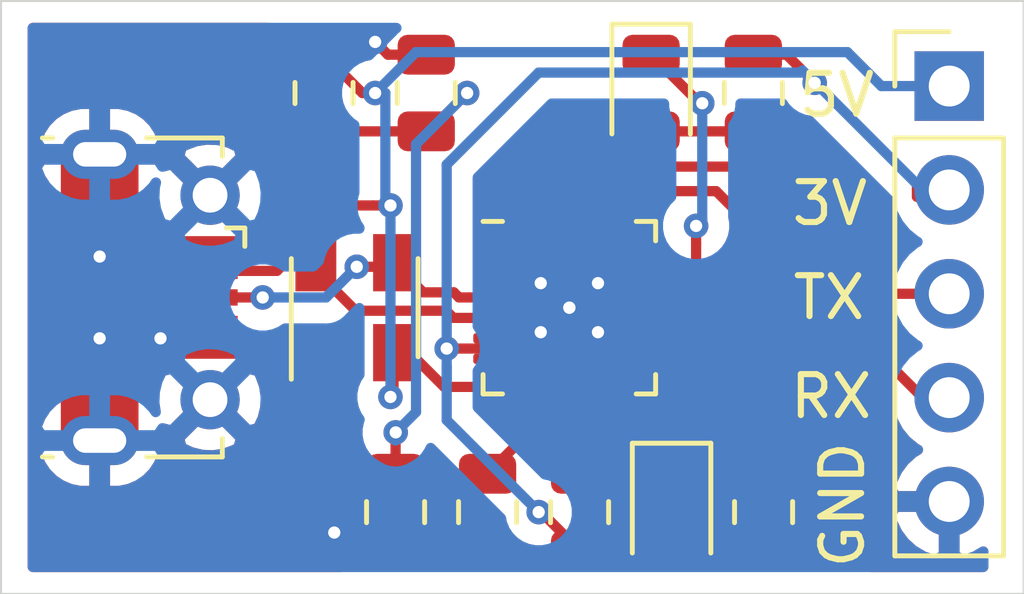
<source format=kicad_pcb>
(kicad_pcb (version 20171130) (host pcbnew "(5.1.4)-1")

  (general
    (thickness 1.6)
    (drawings 11)
    (tracks 155)
    (zones 0)
    (modules 13)
    (nets 14)
  )

  (page A4)
  (title_block
    (title RS232_CP2102N)
    (rev 1.0)
  )

  (layers
    (0 F.Cu signal)
    (31 B.Cu signal)
    (32 B.Adhes user)
    (33 F.Adhes user)
    (34 B.Paste user)
    (35 F.Paste user)
    (36 B.SilkS user)
    (37 F.SilkS user)
    (38 B.Mask user hide)
    (39 F.Mask user)
    (40 Dwgs.User user hide)
    (41 Cmts.User user)
    (42 Eco1.User user)
    (43 Eco2.User user)
    (44 Edge.Cuts user)
    (45 Margin user)
    (46 B.CrtYd user)
    (47 F.CrtYd user)
    (48 B.Fab user hide)
    (49 F.Fab user hide)
  )

  (setup
    (last_trace_width 0.25)
    (user_trace_width 0.2)
    (trace_clearance 0.2)
    (zone_clearance 0.508)
    (zone_45_only no)
    (trace_min 0.2)
    (via_size 0.8)
    (via_drill 0.4)
    (via_min_size 0.4)
    (via_min_drill 0.3)
    (user_via 0.6 0.3)
    (uvia_size 0.3)
    (uvia_drill 0.1)
    (uvias_allowed no)
    (uvia_min_size 0.2)
    (uvia_min_drill 0.1)
    (edge_width 0.05)
    (segment_width 0.2)
    (pcb_text_width 0.3)
    (pcb_text_size 1.5 1.5)
    (mod_edge_width 0.12)
    (mod_text_size 1 1)
    (mod_text_width 0.15)
    (pad_size 1.524 1.524)
    (pad_drill 0.762)
    (pad_to_mask_clearance 0.051)
    (solder_mask_min_width 0.25)
    (aux_axis_origin 0 0)
    (visible_elements 7FFFFFFF)
    (pcbplotparams
      (layerselection 0x010fc_ffffffff)
      (usegerberextensions false)
      (usegerberattributes false)
      (usegerberadvancedattributes false)
      (creategerberjobfile false)
      (excludeedgelayer true)
      (linewidth 0.100000)
      (plotframeref false)
      (viasonmask false)
      (mode 1)
      (useauxorigin false)
      (hpglpennumber 1)
      (hpglpenspeed 20)
      (hpglpendiameter 15.000000)
      (psnegative false)
      (psa4output false)
      (plotreference true)
      (plotvalue true)
      (plotinvisibletext false)
      (padsonsilk false)
      (subtractmaskfromsilk false)
      (outputformat 1)
      (mirror false)
      (drillshape 1)
      (scaleselection 1)
      (outputdirectory ""))
  )

  (net 0 "")
  (net 1 "Net-(C1-Pad1)")
  (net 2 GND)
  (net 3 +5V)
  (net 4 "Net-(D1-Pad3)")
  (net 5 "Net-(D1-Pad4)")
  (net 6 "Net-(DRX1-Pad2)")
  (net 7 "Net-(DRX1-Pad1)")
  (net 8 "Net-(DTX1-Pad1)")
  (net 9 "Net-(DTX1-Pad2)")
  (net 10 +3V3)
  (net 11 "Net-(R3-Pad2)")
  (net 12 /RX)
  (net 13 /TX)

  (net_class Default "This is the default net class."
    (clearance 0.2)
    (trace_width 0.25)
    (via_dia 0.8)
    (via_drill 0.4)
    (uvia_dia 0.3)
    (uvia_drill 0.1)
    (add_net +3V3)
    (add_net +5V)
    (add_net /RX)
    (add_net /TX)
    (add_net GND)
    (add_net "Net-(C1-Pad1)")
    (add_net "Net-(D1-Pad3)")
    (add_net "Net-(D1-Pad4)")
    (add_net "Net-(DRX1-Pad1)")
    (add_net "Net-(DRX1-Pad2)")
    (add_net "Net-(DTX1-Pad1)")
    (add_net "Net-(DTX1-Pad2)")
    (add_net "Net-(R3-Pad2)")
  )

  (module Capacitor_SMD:C_0805_2012Metric (layer F.Cu) (tedit 5B36C52B) (tstamp 5D55D9A7)
    (at 49.85 50.4 270)
    (descr "Capacitor SMD 0805 (2012 Metric), square (rectangular) end terminal, IPC_7351 nominal, (Body size source: https://docs.google.com/spreadsheets/d/1BsfQQcO9C6DZCsRaXUlFlo91Tg2WpOkGARC1WS5S8t0/edit?usp=sharing), generated with kicad-footprint-generator")
    (tags capacitor)
    (path /5D560513)
    (attr smd)
    (fp_text reference C1 (at 0 0.05 90) (layer F.SilkS) hide
      (effects (font (size 1 1) (thickness 0.15)))
    )
    (fp_text value 4.7uF (at 4 0.05 90) (layer F.Fab)
      (effects (font (size 1 1) (thickness 0.15)))
    )
    (fp_line (start -1 0.6) (end -1 -0.6) (layer F.Fab) (width 0.1))
    (fp_line (start -1 -0.6) (end 1 -0.6) (layer F.Fab) (width 0.1))
    (fp_line (start 1 -0.6) (end 1 0.6) (layer F.Fab) (width 0.1))
    (fp_line (start 1 0.6) (end -1 0.6) (layer F.Fab) (width 0.1))
    (fp_line (start -0.258578 -0.71) (end 0.258578 -0.71) (layer F.SilkS) (width 0.12))
    (fp_line (start -0.258578 0.71) (end 0.258578 0.71) (layer F.SilkS) (width 0.12))
    (fp_line (start -1.68 0.95) (end -1.68 -0.95) (layer F.CrtYd) (width 0.05))
    (fp_line (start -1.68 -0.95) (end 1.68 -0.95) (layer F.CrtYd) (width 0.05))
    (fp_line (start 1.68 -0.95) (end 1.68 0.95) (layer F.CrtYd) (width 0.05))
    (fp_line (start 1.68 0.95) (end -1.68 0.95) (layer F.CrtYd) (width 0.05))
    (fp_text user %R (at 0 0 90) (layer F.Fab)
      (effects (font (size 0.5 0.5) (thickness 0.08)))
    )
    (pad 1 smd roundrect (at -0.9375 0 270) (size 0.975 1.4) (layers F.Cu F.Paste F.Mask) (roundrect_rratio 0.25)
      (net 1 "Net-(C1-Pad1)"))
    (pad 2 smd roundrect (at 0.9375 0 270) (size 0.975 1.4) (layers F.Cu F.Paste F.Mask) (roundrect_rratio 0.25)
      (net 2 GND))
    (model ${KISYS3DMOD}/Capacitor_SMD.3dshapes/C_0805_2012Metric.wrl
      (at (xyz 0 0 0))
      (scale (xyz 1 1 1))
      (rotate (xyz 0 0 0))
    )
  )

  (module Capacitor_SMD:C_0805_2012Metric (layer F.Cu) (tedit 5B36C52B) (tstamp 5D55D9B8)
    (at 52.1 50.4 270)
    (descr "Capacitor SMD 0805 (2012 Metric), square (rectangular) end terminal, IPC_7351 nominal, (Body size source: https://docs.google.com/spreadsheets/d/1BsfQQcO9C6DZCsRaXUlFlo91Tg2WpOkGARC1WS5S8t0/edit?usp=sharing), generated with kicad-footprint-generator")
    (tags capacitor)
    (path /5D56050D)
    (attr smd)
    (fp_text reference C2 (at 0 -0.1 90) (layer F.SilkS) hide
      (effects (font (size 1 1) (thickness 0.15)))
    )
    (fp_text value 0.1uF (at 3.8 -0.1 90) (layer F.Fab)
      (effects (font (size 1 1) (thickness 0.15)))
    )
    (fp_text user %R (at 0 0 90) (layer F.Fab)
      (effects (font (size 0.5 0.5) (thickness 0.08)))
    )
    (fp_line (start 1.68 0.95) (end -1.68 0.95) (layer F.CrtYd) (width 0.05))
    (fp_line (start 1.68 -0.95) (end 1.68 0.95) (layer F.CrtYd) (width 0.05))
    (fp_line (start -1.68 -0.95) (end 1.68 -0.95) (layer F.CrtYd) (width 0.05))
    (fp_line (start -1.68 0.95) (end -1.68 -0.95) (layer F.CrtYd) (width 0.05))
    (fp_line (start -0.258578 0.71) (end 0.258578 0.71) (layer F.SilkS) (width 0.12))
    (fp_line (start -0.258578 -0.71) (end 0.258578 -0.71) (layer F.SilkS) (width 0.12))
    (fp_line (start 1 0.6) (end -1 0.6) (layer F.Fab) (width 0.1))
    (fp_line (start 1 -0.6) (end 1 0.6) (layer F.Fab) (width 0.1))
    (fp_line (start -1 -0.6) (end 1 -0.6) (layer F.Fab) (width 0.1))
    (fp_line (start -1 0.6) (end -1 -0.6) (layer F.Fab) (width 0.1))
    (pad 2 smd roundrect (at 0.9375 0 270) (size 0.975 1.4) (layers F.Cu F.Paste F.Mask) (roundrect_rratio 0.25)
      (net 2 GND))
    (pad 1 smd roundrect (at -0.9375 0 270) (size 0.975 1.4) (layers F.Cu F.Paste F.Mask) (roundrect_rratio 0.25)
      (net 1 "Net-(C1-Pad1)"))
    (model ${KISYS3DMOD}/Capacitor_SMD.3dshapes/C_0805_2012Metric.wrl
      (at (xyz 0 0 0))
      (scale (xyz 1 1 1))
      (rotate (xyz 0 0 0))
    )
  )

  (module Package_TO_SOT_SMD:SOT-143 (layer F.Cu) (tedit 5A02FF57) (tstamp 5D55D9CC)
    (at 48.85 45.4 90)
    (descr SOT-143)
    (tags SOT-143)
    (path /5D575B01)
    (attr smd)
    (fp_text reference D1 (at 0 0.15 270) (layer F.SilkS) hide
      (effects (font (size 1 1) (thickness 0.15)))
    )
    (fp_text value SP0503BAHT (at -11.8 -1.05 90) (layer F.Fab) hide
      (effects (font (size 1 1) (thickness 0.15)))
    )
    (fp_text user %R (at 0 0 90) (layer F.Fab)
      (effects (font (size 0.5 0.5) (thickness 0.075)))
    )
    (fp_line (start -1.2 1.55) (end 1.2 1.55) (layer F.SilkS) (width 0.12))
    (fp_line (start 1.2 -1.55) (end -1.75 -1.55) (layer F.SilkS) (width 0.12))
    (fp_line (start -1.2 -1) (end -0.7 -1.5) (layer F.Fab) (width 0.1))
    (fp_line (start -0.7 -1.5) (end 1.2 -1.5) (layer F.Fab) (width 0.1))
    (fp_line (start -1.2 1.5) (end -1.2 -1) (layer F.Fab) (width 0.1))
    (fp_line (start 1.2 1.5) (end -1.2 1.5) (layer F.Fab) (width 0.1))
    (fp_line (start 1.2 -1.5) (end 1.2 1.5) (layer F.Fab) (width 0.1))
    (fp_line (start 2.05 -1.75) (end 2.05 1.75) (layer F.CrtYd) (width 0.05))
    (fp_line (start 2.05 -1.75) (end -2.05 -1.75) (layer F.CrtYd) (width 0.05))
    (fp_line (start -2.05 1.75) (end 2.05 1.75) (layer F.CrtYd) (width 0.05))
    (fp_line (start -2.05 1.75) (end -2.05 -1.75) (layer F.CrtYd) (width 0.05))
    (pad 1 smd rect (at -1.1 -0.77) (size 1.2 1.4) (layers F.Cu F.Paste F.Mask)
      (net 2 GND))
    (pad 2 smd rect (at -1.1 0.95) (size 1 1.4) (layers F.Cu F.Paste F.Mask)
      (net 3 +5V))
    (pad 3 smd rect (at 1.1 0.95) (size 1 1.4) (layers F.Cu F.Paste F.Mask)
      (net 4 "Net-(D1-Pad3)"))
    (pad 4 smd rect (at 1.1 -0.95) (size 1 1.4) (layers F.Cu F.Paste F.Mask)
      (net 5 "Net-(D1-Pad4)"))
    (model ${KISYS3DMOD}/Package_TO_SOT_SMD.3dshapes/SOT-143.wrl
      (at (xyz 0 0 0))
      (scale (xyz 1 1 1))
      (rotate (xyz 0 0 0))
    )
  )

  (module LED_SMD:LED_0805_2012Metric (layer F.Cu) (tedit 5B36C52C) (tstamp 5D55D9DF)
    (at 56.1 40.15 270)
    (descr "LED SMD 0805 (2012 Metric), square (rectangular) end terminal, IPC_7351 nominal, (Body size source: https://docs.google.com/spreadsheets/d/1BsfQQcO9C6DZCsRaXUlFlo91Tg2WpOkGARC1WS5S8t0/edit?usp=sharing), generated with kicad-footprint-generator")
    (tags diode)
    (path /5D59063C)
    (attr smd)
    (fp_text reference DRX1 (at -0.15 -0.1 90) (layer F.SilkS) hide
      (effects (font (size 1 1) (thickness 0.15)))
    )
    (fp_text value LED (at -3.75 0.1 90) (layer F.Fab)
      (effects (font (size 1 1) (thickness 0.15)))
    )
    (fp_text user %R (at 0 0 90) (layer F.Fab)
      (effects (font (size 0.5 0.5) (thickness 0.08)))
    )
    (fp_line (start 1.68 0.95) (end -1.68 0.95) (layer F.CrtYd) (width 0.05))
    (fp_line (start 1.68 -0.95) (end 1.68 0.95) (layer F.CrtYd) (width 0.05))
    (fp_line (start -1.68 -0.95) (end 1.68 -0.95) (layer F.CrtYd) (width 0.05))
    (fp_line (start -1.68 0.95) (end -1.68 -0.95) (layer F.CrtYd) (width 0.05))
    (fp_line (start -1.685 0.96) (end 1 0.96) (layer F.SilkS) (width 0.12))
    (fp_line (start -1.685 -0.96) (end -1.685 0.96) (layer F.SilkS) (width 0.12))
    (fp_line (start 1 -0.96) (end -1.685 -0.96) (layer F.SilkS) (width 0.12))
    (fp_line (start 1 0.6) (end 1 -0.6) (layer F.Fab) (width 0.1))
    (fp_line (start -1 0.6) (end 1 0.6) (layer F.Fab) (width 0.1))
    (fp_line (start -1 -0.3) (end -1 0.6) (layer F.Fab) (width 0.1))
    (fp_line (start -0.7 -0.6) (end -1 -0.3) (layer F.Fab) (width 0.1))
    (fp_line (start 1 -0.6) (end -0.7 -0.6) (layer F.Fab) (width 0.1))
    (pad 2 smd roundrect (at 0.9375 0 270) (size 0.975 1.4) (layers F.Cu F.Paste F.Mask) (roundrect_rratio 0.25)
      (net 6 "Net-(DRX1-Pad2)"))
    (pad 1 smd roundrect (at -0.9375 0 270) (size 0.975 1.4) (layers F.Cu F.Paste F.Mask) (roundrect_rratio 0.25)
      (net 7 "Net-(DRX1-Pad1)"))
    (model ${KISYS3DMOD}/LED_SMD.3dshapes/LED_0805_2012Metric.wrl
      (at (xyz 0 0 0))
      (scale (xyz 1 1 1))
      (rotate (xyz 0 0 0))
    )
  )

  (module LED_SMD:LED_0805_2012Metric (layer F.Cu) (tedit 5B36C52C) (tstamp 5D55D9F2)
    (at 56.6 50.4 270)
    (descr "LED SMD 0805 (2012 Metric), square (rectangular) end terminal, IPC_7351 nominal, (Body size source: https://docs.google.com/spreadsheets/d/1BsfQQcO9C6DZCsRaXUlFlo91Tg2WpOkGARC1WS5S8t0/edit?usp=sharing), generated with kicad-footprint-generator")
    (tags diode)
    (path /5D58EAD5)
    (attr smd)
    (fp_text reference DTX1 (at 0 0 90) (layer F.SilkS) hide
      (effects (font (size 1 1) (thickness 0.15)))
    )
    (fp_text value LED (at 3.4 2.2 90) (layer F.Fab)
      (effects (font (size 1 1) (thickness 0.15)))
    )
    (fp_line (start 1 -0.6) (end -0.7 -0.6) (layer F.Fab) (width 0.1))
    (fp_line (start -0.7 -0.6) (end -1 -0.3) (layer F.Fab) (width 0.1))
    (fp_line (start -1 -0.3) (end -1 0.6) (layer F.Fab) (width 0.1))
    (fp_line (start -1 0.6) (end 1 0.6) (layer F.Fab) (width 0.1))
    (fp_line (start 1 0.6) (end 1 -0.6) (layer F.Fab) (width 0.1))
    (fp_line (start 1 -0.96) (end -1.685 -0.96) (layer F.SilkS) (width 0.12))
    (fp_line (start -1.685 -0.96) (end -1.685 0.96) (layer F.SilkS) (width 0.12))
    (fp_line (start -1.685 0.96) (end 1 0.96) (layer F.SilkS) (width 0.12))
    (fp_line (start -1.68 0.95) (end -1.68 -0.95) (layer F.CrtYd) (width 0.05))
    (fp_line (start -1.68 -0.95) (end 1.68 -0.95) (layer F.CrtYd) (width 0.05))
    (fp_line (start 1.68 -0.95) (end 1.68 0.95) (layer F.CrtYd) (width 0.05))
    (fp_line (start 1.68 0.95) (end -1.68 0.95) (layer F.CrtYd) (width 0.05))
    (fp_text user %R (at 0 0 90) (layer F.Fab)
      (effects (font (size 0.5 0.5) (thickness 0.08)))
    )
    (pad 1 smd roundrect (at -0.9375 0 270) (size 0.975 1.4) (layers F.Cu F.Paste F.Mask) (roundrect_rratio 0.25)
      (net 8 "Net-(DTX1-Pad1)"))
    (pad 2 smd roundrect (at 0.9375 0 270) (size 0.975 1.4) (layers F.Cu F.Paste F.Mask) (roundrect_rratio 0.25)
      (net 9 "Net-(DTX1-Pad2)"))
    (model ${KISYS3DMOD}/LED_SMD.3dshapes/LED_0805_2012Metric.wrl
      (at (xyz 0 0 0))
      (scale (xyz 1 1 1))
      (rotate (xyz 0 0 0))
    )
  )

  (module Connector_USB:USB_Micro-B_Molex-105017-0001 (layer F.Cu) (tedit 5A1DC0BE) (tstamp 5D55DA1B)
    (at 43.85 45.15 270)
    (descr http://www.molex.com/pdm_docs/sd/1050170001_sd.pdf)
    (tags "Micro-USB SMD Typ-B")
    (path /5D55D77D)
    (attr smd)
    (fp_text reference J1 (at -5 -1.5 180) (layer F.SilkS) hide
      (effects (font (size 1 1) (thickness 0.15)))
    )
    (fp_text value USB_B_Micro (at 0.3 4.3375 90) (layer F.Fab)
      (effects (font (size 1 1) (thickness 0.15)))
    )
    (fp_text user "PCB Edge" (at 0 2.6875 90) (layer Dwgs.User)
      (effects (font (size 0.5 0.5) (thickness 0.08)))
    )
    (fp_text user %R (at 0 0.8875 90) (layer F.Fab)
      (effects (font (size 1 1) (thickness 0.15)))
    )
    (fp_line (start -4.4 3.64) (end 4.4 3.64) (layer F.CrtYd) (width 0.05))
    (fp_line (start 4.4 -2.46) (end 4.4 3.64) (layer F.CrtYd) (width 0.05))
    (fp_line (start -4.4 -2.46) (end 4.4 -2.46) (layer F.CrtYd) (width 0.05))
    (fp_line (start -4.4 3.64) (end -4.4 -2.46) (layer F.CrtYd) (width 0.05))
    (fp_line (start -3.9 -1.7625) (end -3.45 -1.7625) (layer F.SilkS) (width 0.12))
    (fp_line (start -3.9 0.0875) (end -3.9 -1.7625) (layer F.SilkS) (width 0.12))
    (fp_line (start 3.9 2.6375) (end 3.9 2.3875) (layer F.SilkS) (width 0.12))
    (fp_line (start 3.75 3.3875) (end 3.75 -1.6125) (layer F.Fab) (width 0.1))
    (fp_line (start -3 2.689204) (end 3 2.689204) (layer F.Fab) (width 0.1))
    (fp_line (start -3.75 3.389204) (end 3.75 3.389204) (layer F.Fab) (width 0.1))
    (fp_line (start -3.75 -1.6125) (end 3.75 -1.6125) (layer F.Fab) (width 0.1))
    (fp_line (start -3.75 3.3875) (end -3.75 -1.6125) (layer F.Fab) (width 0.1))
    (fp_line (start -3.9 2.6375) (end -3.9 2.3875) (layer F.SilkS) (width 0.12))
    (fp_line (start 3.9 0.0875) (end 3.9 -1.7625) (layer F.SilkS) (width 0.12))
    (fp_line (start 3.9 -1.7625) (end 3.45 -1.7625) (layer F.SilkS) (width 0.12))
    (fp_line (start -1.7 -2.3125) (end -1.25 -2.3125) (layer F.SilkS) (width 0.12))
    (fp_line (start -1.7 -2.3125) (end -1.7 -1.8625) (layer F.SilkS) (width 0.12))
    (fp_line (start -1.3 -1.7125) (end -1.5 -1.9125) (layer F.Fab) (width 0.1))
    (fp_line (start -1.1 -1.9125) (end -1.3 -1.7125) (layer F.Fab) (width 0.1))
    (fp_line (start -1.5 -2.1225) (end -1.1 -2.1225) (layer F.Fab) (width 0.1))
    (fp_line (start -1.5 -2.1225) (end -1.5 -1.9125) (layer F.Fab) (width 0.1))
    (fp_line (start -1.1 -2.1225) (end -1.1 -1.9125) (layer F.Fab) (width 0.1))
    (pad 6 smd rect (at 1 1.2375 270) (size 1.5 1.9) (layers F.Cu F.Paste F.Mask)
      (net 2 GND))
    (pad 6 thru_hole circle (at -2.5 -1.4625 270) (size 1.45 1.45) (drill 0.85) (layers *.Cu *.Mask)
      (net 2 GND))
    (pad 2 smd rect (at -0.65 -1.4625 270) (size 0.4 1.35) (layers F.Cu F.Paste F.Mask)
      (net 5 "Net-(D1-Pad4)"))
    (pad 1 smd rect (at -1.3 -1.4625 270) (size 0.4 1.35) (layers F.Cu F.Paste F.Mask)
      (net 3 +5V))
    (pad 5 smd rect (at 1.3 -1.4625 270) (size 0.4 1.35) (layers F.Cu F.Paste F.Mask)
      (net 2 GND))
    (pad 4 smd rect (at 0.65 -1.4625 270) (size 0.4 1.35) (layers F.Cu F.Paste F.Mask)
      (net 2 GND))
    (pad 3 smd rect (at 0 -1.4625 270) (size 0.4 1.35) (layers F.Cu F.Paste F.Mask)
      (net 4 "Net-(D1-Pad3)"))
    (pad 6 thru_hole circle (at 2.5 -1.4625 270) (size 1.45 1.45) (drill 0.85) (layers *.Cu *.Mask)
      (net 2 GND))
    (pad 6 smd rect (at -1 1.2375 270) (size 1.5 1.9) (layers F.Cu F.Paste F.Mask)
      (net 2 GND))
    (pad 6 thru_hole oval (at -3.5 1.2375 90) (size 1.2 1.9) (drill oval 0.6 1.3) (layers *.Cu *.Mask)
      (net 2 GND))
    (pad 6 thru_hole oval (at 3.5 1.2375 270) (size 1.2 1.9) (drill oval 0.6 1.3) (layers *.Cu *.Mask)
      (net 2 GND))
    (pad 6 smd rect (at 2.9 1.2375 270) (size 1.2 1.9) (layers F.Cu F.Mask)
      (net 2 GND))
    (pad 6 smd rect (at -2.9 1.2375 270) (size 1.2 1.9) (layers F.Cu F.Mask)
      (net 2 GND))
    (model "${KIPRJMOD}/3Dmodels/User Library-MicroUSB-B_Molex_105017-0001.STEP"
      (offset (xyz 0 -1 1.5))
      (scale (xyz 1 1 1))
      (rotate (xyz -90 0 0))
    )
  )

  (module Resistor_SMD:R_0805_2012Metric (layer F.Cu) (tedit 5B36C52B) (tstamp 5D55DA2C)
    (at 48.1 40.15 270)
    (descr "Resistor SMD 0805 (2012 Metric), square (rectangular) end terminal, IPC_7351 nominal, (Body size source: https://docs.google.com/spreadsheets/d/1BsfQQcO9C6DZCsRaXUlFlo91Tg2WpOkGARC1WS5S8t0/edit?usp=sharing), generated with kicad-footprint-generator")
    (tags resistor)
    (path /5D5B2C38)
    (attr smd)
    (fp_text reference R1 (at 0 -2.5 90) (layer F.SilkS) hide
      (effects (font (size 1 1) (thickness 0.15)))
    )
    (fp_text value 22.1K (at -4.35 0.1 90) (layer F.Fab)
      (effects (font (size 1 1) (thickness 0.15)))
    )
    (fp_line (start -1 0.6) (end -1 -0.6) (layer F.Fab) (width 0.1))
    (fp_line (start -1 -0.6) (end 1 -0.6) (layer F.Fab) (width 0.1))
    (fp_line (start 1 -0.6) (end 1 0.6) (layer F.Fab) (width 0.1))
    (fp_line (start 1 0.6) (end -1 0.6) (layer F.Fab) (width 0.1))
    (fp_line (start -0.258578 -0.71) (end 0.258578 -0.71) (layer F.SilkS) (width 0.12))
    (fp_line (start -0.258578 0.71) (end 0.258578 0.71) (layer F.SilkS) (width 0.12))
    (fp_line (start -1.68 0.95) (end -1.68 -0.95) (layer F.CrtYd) (width 0.05))
    (fp_line (start -1.68 -0.95) (end 1.68 -0.95) (layer F.CrtYd) (width 0.05))
    (fp_line (start 1.68 -0.95) (end 1.68 0.95) (layer F.CrtYd) (width 0.05))
    (fp_line (start 1.68 0.95) (end -1.68 0.95) (layer F.CrtYd) (width 0.05))
    (fp_text user %R (at 0 0 90) (layer F.Fab)
      (effects (font (size 0.5 0.5) (thickness 0.08)))
    )
    (pad 1 smd roundrect (at -0.9375 0 270) (size 0.975 1.4) (layers F.Cu F.Paste F.Mask) (roundrect_rratio 0.25)
      (net 3 +5V))
    (pad 2 smd roundrect (at 0.9375 0 270) (size 0.975 1.4) (layers F.Cu F.Paste F.Mask) (roundrect_rratio 0.25)
      (net 1 "Net-(C1-Pad1)"))
    (model ${KISYS3DMOD}/Resistor_SMD.3dshapes/R_0805_2012Metric.wrl
      (at (xyz 0 0 0))
      (scale (xyz 1 1 1))
      (rotate (xyz 0 0 0))
    )
  )

  (module Resistor_SMD:R_0805_2012Metric (layer F.Cu) (tedit 5B36C52B) (tstamp 5D55DA3D)
    (at 50.6 40.15 90)
    (descr "Resistor SMD 0805 (2012 Metric), square (rectangular) end terminal, IPC_7351 nominal, (Body size source: https://docs.google.com/spreadsheets/d/1BsfQQcO9C6DZCsRaXUlFlo91Tg2WpOkGARC1WS5S8t0/edit?usp=sharing), generated with kicad-footprint-generator")
    (tags resistor)
    (path /5D5B3663)
    (attr smd)
    (fp_text reference R2 (at -0.05 -2.6 90) (layer F.SilkS) hide
      (effects (font (size 1 1) (thickness 0.15)))
    )
    (fp_text value 47.5K (at 4.35 0 270) (layer F.Fab)
      (effects (font (size 1 1) (thickness 0.15)))
    )
    (fp_text user %R (at 0 0 90) (layer F.Fab)
      (effects (font (size 0.5 0.5) (thickness 0.08)))
    )
    (fp_line (start 1.68 0.95) (end -1.68 0.95) (layer F.CrtYd) (width 0.05))
    (fp_line (start 1.68 -0.95) (end 1.68 0.95) (layer F.CrtYd) (width 0.05))
    (fp_line (start -1.68 -0.95) (end 1.68 -0.95) (layer F.CrtYd) (width 0.05))
    (fp_line (start -1.68 0.95) (end -1.68 -0.95) (layer F.CrtYd) (width 0.05))
    (fp_line (start -0.258578 0.71) (end 0.258578 0.71) (layer F.SilkS) (width 0.12))
    (fp_line (start -0.258578 -0.71) (end 0.258578 -0.71) (layer F.SilkS) (width 0.12))
    (fp_line (start 1 0.6) (end -1 0.6) (layer F.Fab) (width 0.1))
    (fp_line (start 1 -0.6) (end 1 0.6) (layer F.Fab) (width 0.1))
    (fp_line (start -1 -0.6) (end 1 -0.6) (layer F.Fab) (width 0.1))
    (fp_line (start -1 0.6) (end -1 -0.6) (layer F.Fab) (width 0.1))
    (pad 2 smd roundrect (at 0.9375 0 90) (size 0.975 1.4) (layers F.Cu F.Paste F.Mask) (roundrect_rratio 0.25)
      (net 2 GND))
    (pad 1 smd roundrect (at -0.9375 0 90) (size 0.975 1.4) (layers F.Cu F.Paste F.Mask) (roundrect_rratio 0.25)
      (net 1 "Net-(C1-Pad1)"))
    (model ${KISYS3DMOD}/Resistor_SMD.3dshapes/R_0805_2012Metric.wrl
      (at (xyz 0 0 0))
      (scale (xyz 1 1 1))
      (rotate (xyz 0 0 0))
    )
  )

  (module Resistor_SMD:R_0805_2012Metric (layer F.Cu) (tedit 5B36C52B) (tstamp 5D55DA4E)
    (at 54.35 50.4 90)
    (descr "Resistor SMD 0805 (2012 Metric), square (rectangular) end terminal, IPC_7351 nominal, (Body size source: https://docs.google.com/spreadsheets/d/1BsfQQcO9C6DZCsRaXUlFlo91Tg2WpOkGARC1WS5S8t0/edit?usp=sharing), generated with kicad-footprint-generator")
    (tags resistor)
    (path /5D564D16)
    (attr smd)
    (fp_text reference R3 (at 0 0.05 90) (layer F.SilkS) hide
      (effects (font (size 1 1) (thickness 0.15)))
    )
    (fp_text value 1K (at -3 2.45 90) (layer F.Fab)
      (effects (font (size 1 1) (thickness 0.15)))
    )
    (fp_line (start -1 0.6) (end -1 -0.6) (layer F.Fab) (width 0.1))
    (fp_line (start -1 -0.6) (end 1 -0.6) (layer F.Fab) (width 0.1))
    (fp_line (start 1 -0.6) (end 1 0.6) (layer F.Fab) (width 0.1))
    (fp_line (start 1 0.6) (end -1 0.6) (layer F.Fab) (width 0.1))
    (fp_line (start -0.258578 -0.71) (end 0.258578 -0.71) (layer F.SilkS) (width 0.12))
    (fp_line (start -0.258578 0.71) (end 0.258578 0.71) (layer F.SilkS) (width 0.12))
    (fp_line (start -1.68 0.95) (end -1.68 -0.95) (layer F.CrtYd) (width 0.05))
    (fp_line (start -1.68 -0.95) (end 1.68 -0.95) (layer F.CrtYd) (width 0.05))
    (fp_line (start 1.68 -0.95) (end 1.68 0.95) (layer F.CrtYd) (width 0.05))
    (fp_line (start 1.68 0.95) (end -1.68 0.95) (layer F.CrtYd) (width 0.05))
    (fp_text user %R (at 0 0 90) (layer F.Fab)
      (effects (font (size 0.5 0.5) (thickness 0.08)))
    )
    (pad 1 smd roundrect (at -0.9375 0 90) (size 0.975 1.4) (layers F.Cu F.Paste F.Mask) (roundrect_rratio 0.25)
      (net 10 +3V3))
    (pad 2 smd roundrect (at 0.9375 0 90) (size 0.975 1.4) (layers F.Cu F.Paste F.Mask) (roundrect_rratio 0.25)
      (net 11 "Net-(R3-Pad2)"))
    (model ${KISYS3DMOD}/Resistor_SMD.3dshapes/R_0805_2012Metric.wrl
      (at (xyz 0 0 0))
      (scale (xyz 1 1 1))
      (rotate (xyz 0 0 0))
    )
  )

  (module Resistor_SMD:R_0805_2012Metric (layer F.Cu) (tedit 5B36C52B) (tstamp 5D55DA5F)
    (at 58.85 50.4 270)
    (descr "Resistor SMD 0805 (2012 Metric), square (rectangular) end terminal, IPC_7351 nominal, (Body size source: https://docs.google.com/spreadsheets/d/1BsfQQcO9C6DZCsRaXUlFlo91Tg2WpOkGARC1WS5S8t0/edit?usp=sharing), generated with kicad-footprint-generator")
    (tags resistor)
    (path /5D603051)
    (attr smd)
    (fp_text reference R4 (at 0 0.05 90) (layer F.SilkS) hide
      (effects (font (size 1 1) (thickness 0.15)))
    )
    (fp_text value 300R (at 3.8 0.05 90) (layer F.Fab)
      (effects (font (size 1 1) (thickness 0.15)))
    )
    (fp_text user %R (at 0 0 90) (layer F.Fab)
      (effects (font (size 0.5 0.5) (thickness 0.08)))
    )
    (fp_line (start 1.68 0.95) (end -1.68 0.95) (layer F.CrtYd) (width 0.05))
    (fp_line (start 1.68 -0.95) (end 1.68 0.95) (layer F.CrtYd) (width 0.05))
    (fp_line (start -1.68 -0.95) (end 1.68 -0.95) (layer F.CrtYd) (width 0.05))
    (fp_line (start -1.68 0.95) (end -1.68 -0.95) (layer F.CrtYd) (width 0.05))
    (fp_line (start -0.258578 0.71) (end 0.258578 0.71) (layer F.SilkS) (width 0.12))
    (fp_line (start -0.258578 -0.71) (end 0.258578 -0.71) (layer F.SilkS) (width 0.12))
    (fp_line (start 1 0.6) (end -1 0.6) (layer F.Fab) (width 0.1))
    (fp_line (start 1 -0.6) (end 1 0.6) (layer F.Fab) (width 0.1))
    (fp_line (start -1 -0.6) (end 1 -0.6) (layer F.Fab) (width 0.1))
    (fp_line (start -1 0.6) (end -1 -0.6) (layer F.Fab) (width 0.1))
    (pad 2 smd roundrect (at 0.9375 0 270) (size 0.975 1.4) (layers F.Cu F.Paste F.Mask) (roundrect_rratio 0.25)
      (net 9 "Net-(DTX1-Pad2)"))
    (pad 1 smd roundrect (at -0.9375 0 270) (size 0.975 1.4) (layers F.Cu F.Paste F.Mask) (roundrect_rratio 0.25)
      (net 10 +3V3))
    (model ${KISYS3DMOD}/Resistor_SMD.3dshapes/R_0805_2012Metric.wrl
      (at (xyz 0 0 0))
      (scale (xyz 1 1 1))
      (rotate (xyz 0 0 0))
    )
  )

  (module Resistor_SMD:R_0805_2012Metric (layer F.Cu) (tedit 5B36C52B) (tstamp 5D55DA70)
    (at 58.6 40.15 270)
    (descr "Resistor SMD 0805 (2012 Metric), square (rectangular) end terminal, IPC_7351 nominal, (Body size source: https://docs.google.com/spreadsheets/d/1BsfQQcO9C6DZCsRaXUlFlo91Tg2WpOkGARC1WS5S8t0/edit?usp=sharing), generated with kicad-footprint-generator")
    (tags resistor)
    (path /5D603379)
    (attr smd)
    (fp_text reference R5 (at 0 0 90) (layer F.SilkS) hide
      (effects (font (size 1 1) (thickness 0.15)))
    )
    (fp_text value 300R (at -4.15 -0.2 90) (layer F.Fab)
      (effects (font (size 1 1) (thickness 0.15)))
    )
    (fp_line (start -1 0.6) (end -1 -0.6) (layer F.Fab) (width 0.1))
    (fp_line (start -1 -0.6) (end 1 -0.6) (layer F.Fab) (width 0.1))
    (fp_line (start 1 -0.6) (end 1 0.6) (layer F.Fab) (width 0.1))
    (fp_line (start 1 0.6) (end -1 0.6) (layer F.Fab) (width 0.1))
    (fp_line (start -0.258578 -0.71) (end 0.258578 -0.71) (layer F.SilkS) (width 0.12))
    (fp_line (start -0.258578 0.71) (end 0.258578 0.71) (layer F.SilkS) (width 0.12))
    (fp_line (start -1.68 0.95) (end -1.68 -0.95) (layer F.CrtYd) (width 0.05))
    (fp_line (start -1.68 -0.95) (end 1.68 -0.95) (layer F.CrtYd) (width 0.05))
    (fp_line (start 1.68 -0.95) (end 1.68 0.95) (layer F.CrtYd) (width 0.05))
    (fp_line (start 1.68 0.95) (end -1.68 0.95) (layer F.CrtYd) (width 0.05))
    (fp_text user %R (at 0 0 90) (layer F.Fab)
      (effects (font (size 0.5 0.5) (thickness 0.08)))
    )
    (pad 1 smd roundrect (at -0.9375 0 270) (size 0.975 1.4) (layers F.Cu F.Paste F.Mask) (roundrect_rratio 0.25)
      (net 10 +3V3))
    (pad 2 smd roundrect (at 0.9375 0 270) (size 0.975 1.4) (layers F.Cu F.Paste F.Mask) (roundrect_rratio 0.25)
      (net 6 "Net-(DRX1-Pad2)"))
    (model ${KISYS3DMOD}/Resistor_SMD.3dshapes/R_0805_2012Metric.wrl
      (at (xyz 0 0 0))
      (scale (xyz 1 1 1))
      (rotate (xyz 0 0 0))
    )
  )

  (module Package_DFN_QFN:QFN-24-1EP_4x4mm_P0.5mm_EP2.6x2.6mm (layer F.Cu) (tedit 5C1FD453) (tstamp 5D55DAA2)
    (at 54.1 45.4)
    (descr "QFN, 24 Pin (http://ww1.microchip.com/downloads/en/PackagingSpec/00000049BQ.pdf#page=278), generated with kicad-footprint-generator ipc_dfn_qfn_generator.py")
    (tags "QFN DFN_QFN")
    (path /5D5563D8)
    (attr smd)
    (fp_text reference U1 (at 0.1 0) (layer F.SilkS) hide
      (effects (font (size 1 1) (thickness 0.15)))
    )
    (fp_text value CP2102N-A01-GQFN24 (at 0 -16.8 270) (layer F.Fab)
      (effects (font (size 1 1) (thickness 0.15)))
    )
    (fp_line (start 1.635 -2.11) (end 2.11 -2.11) (layer F.SilkS) (width 0.12))
    (fp_line (start 2.11 -2.11) (end 2.11 -1.635) (layer F.SilkS) (width 0.12))
    (fp_line (start -1.635 2.11) (end -2.11 2.11) (layer F.SilkS) (width 0.12))
    (fp_line (start -2.11 2.11) (end -2.11 1.635) (layer F.SilkS) (width 0.12))
    (fp_line (start 1.635 2.11) (end 2.11 2.11) (layer F.SilkS) (width 0.12))
    (fp_line (start 2.11 2.11) (end 2.11 1.635) (layer F.SilkS) (width 0.12))
    (fp_line (start -1.635 -2.11) (end -2.11 -2.11) (layer F.SilkS) (width 0.12))
    (fp_line (start -1 -2) (end 2 -2) (layer F.Fab) (width 0.1))
    (fp_line (start 2 -2) (end 2 2) (layer F.Fab) (width 0.1))
    (fp_line (start 2 2) (end -2 2) (layer F.Fab) (width 0.1))
    (fp_line (start -2 2) (end -2 -1) (layer F.Fab) (width 0.1))
    (fp_line (start -2 -1) (end -1 -2) (layer F.Fab) (width 0.1))
    (fp_line (start -2.6 -2.6) (end -2.6 2.6) (layer F.CrtYd) (width 0.05))
    (fp_line (start -2.6 2.6) (end 2.6 2.6) (layer F.CrtYd) (width 0.05))
    (fp_line (start 2.6 2.6) (end 2.6 -2.6) (layer F.CrtYd) (width 0.05))
    (fp_line (start 2.6 -2.6) (end -2.6 -2.6) (layer F.CrtYd) (width 0.05))
    (fp_text user %R (at 0 0) (layer F.Fab)
      (effects (font (size 1 1) (thickness 0.15)))
    )
    (pad 25 smd roundrect (at 0 0) (size 2.6 2.6) (layers F.Cu F.Mask) (roundrect_rratio 0.096154)
      (net 2 GND))
    (pad "" smd roundrect (at -0.65 -0.65) (size 1.05 1.05) (layers F.Paste) (roundrect_rratio 0.238095))
    (pad "" smd roundrect (at -0.65 0.65) (size 1.05 1.05) (layers F.Paste) (roundrect_rratio 0.238095))
    (pad "" smd roundrect (at 0.65 -0.65) (size 1.05 1.05) (layers F.Paste) (roundrect_rratio 0.238095))
    (pad "" smd roundrect (at 0.65 0.65) (size 1.05 1.05) (layers F.Paste) (roundrect_rratio 0.238095))
    (pad 1 smd roundrect (at -1.9375 -1.25) (size 0.825 0.25) (layers F.Cu F.Paste F.Mask) (roundrect_rratio 0.25))
    (pad 2 smd roundrect (at -1.9375 -0.75) (size 0.825 0.25) (layers F.Cu F.Paste F.Mask) (roundrect_rratio 0.25)
      (net 2 GND))
    (pad 3 smd roundrect (at -1.9375 -0.25) (size 0.825 0.25) (layers F.Cu F.Paste F.Mask) (roundrect_rratio 0.25)
      (net 4 "Net-(D1-Pad3)"))
    (pad 4 smd roundrect (at -1.9375 0.25) (size 0.825 0.25) (layers F.Cu F.Paste F.Mask) (roundrect_rratio 0.25)
      (net 5 "Net-(D1-Pad4)"))
    (pad 5 smd roundrect (at -1.9375 0.75) (size 0.825 0.25) (layers F.Cu F.Paste F.Mask) (roundrect_rratio 0.25)
      (net 10 +3V3))
    (pad 6 smd roundrect (at -1.9375 1.25) (size 0.825 0.25) (layers F.Cu F.Paste F.Mask) (roundrect_rratio 0.25)
      (net 10 +3V3))
    (pad 7 smd roundrect (at -1.25 1.9375) (size 0.25 0.825) (layers F.Cu F.Paste F.Mask) (roundrect_rratio 0.25)
      (net 3 +5V))
    (pad 8 smd roundrect (at -0.75 1.9375) (size 0.25 0.825) (layers F.Cu F.Paste F.Mask) (roundrect_rratio 0.25)
      (net 1 "Net-(C1-Pad1)"))
    (pad 9 smd roundrect (at -0.25 1.9375) (size 0.25 0.825) (layers F.Cu F.Paste F.Mask) (roundrect_rratio 0.25)
      (net 11 "Net-(R3-Pad2)"))
    (pad 10 smd roundrect (at 0.25 1.9375) (size 0.25 0.825) (layers F.Cu F.Paste F.Mask) (roundrect_rratio 0.25))
    (pad 11 smd roundrect (at 0.75 1.9375) (size 0.25 0.825) (layers F.Cu F.Paste F.Mask) (roundrect_rratio 0.25))
    (pad 12 smd roundrect (at 1.25 1.9375) (size 0.25 0.825) (layers F.Cu F.Paste F.Mask) (roundrect_rratio 0.25))
    (pad 13 smd roundrect (at 1.9375 1.25) (size 0.825 0.25) (layers F.Cu F.Paste F.Mask) (roundrect_rratio 0.25)
      (net 8 "Net-(DTX1-Pad1)"))
    (pad 14 smd roundrect (at 1.9375 0.75) (size 0.825 0.25) (layers F.Cu F.Paste F.Mask) (roundrect_rratio 0.25)
      (net 7 "Net-(DRX1-Pad1)"))
    (pad 15 smd roundrect (at 1.9375 0.25) (size 0.825 0.25) (layers F.Cu F.Paste F.Mask) (roundrect_rratio 0.25))
    (pad 16 smd roundrect (at 1.9375 -0.25) (size 0.825 0.25) (layers F.Cu F.Paste F.Mask) (roundrect_rratio 0.25))
    (pad 17 smd roundrect (at 1.9375 -0.75) (size 0.825 0.25) (layers F.Cu F.Paste F.Mask) (roundrect_rratio 0.25))
    (pad 18 smd roundrect (at 1.9375 -1.25) (size 0.825 0.25) (layers F.Cu F.Paste F.Mask) (roundrect_rratio 0.25))
    (pad 19 smd roundrect (at 1.25 -1.9375) (size 0.25 0.825) (layers F.Cu F.Paste F.Mask) (roundrect_rratio 0.25))
    (pad 20 smd roundrect (at 0.75 -1.9375) (size 0.25 0.825) (layers F.Cu F.Paste F.Mask) (roundrect_rratio 0.25)
      (net 12 /RX))
    (pad 21 smd roundrect (at 0.25 -1.9375) (size 0.25 0.825) (layers F.Cu F.Paste F.Mask) (roundrect_rratio 0.25)
      (net 13 /TX))
    (pad 22 smd roundrect (at -0.25 -1.9375) (size 0.25 0.825) (layers F.Cu F.Paste F.Mask) (roundrect_rratio 0.25))
    (pad 23 smd roundrect (at -0.75 -1.9375) (size 0.25 0.825) (layers F.Cu F.Paste F.Mask) (roundrect_rratio 0.25))
    (pad 24 smd roundrect (at -1.25 -1.9375) (size 0.25 0.825) (layers F.Cu F.Paste F.Mask) (roundrect_rratio 0.25))
    (model ${KISYS3DMOD}/Package_DFN_QFN.3dshapes/QFN-24-1EP_4x4mm_P0.5mm_EP2.6x2.6mm.wrl
      (at (xyz 0 0 0))
      (scale (xyz 1 1 1))
      (rotate (xyz 0 0 0))
    )
  )

  (module Connector_PinHeader_2.54mm:PinHeader_1x05_P2.54mm_Vertical (layer F.Cu) (tedit 59FED5CC) (tstamp 5D55DF41)
    (at 63.39 39.98)
    (descr "Through hole straight pin header, 1x05, 2.54mm pitch, single row")
    (tags "Through hole pin header THT 1x05 2.54mm single row")
    (path /5D55C6A6)
    (fp_text reference J2 (at 0 0.05) (layer F.SilkS) hide
      (effects (font (size 1 1) (thickness 0.15)))
    )
    (fp_text value Conn_01x05 (at 0 5.85 90) (layer F.Fab) hide
      (effects (font (size 1 1) (thickness 0.15)))
    )
    (fp_line (start -0.635 -1.27) (end 1.27 -1.27) (layer F.Fab) (width 0.1))
    (fp_line (start 1.27 -1.27) (end 1.27 11.43) (layer F.Fab) (width 0.1))
    (fp_line (start 1.27 11.43) (end -1.27 11.43) (layer F.Fab) (width 0.1))
    (fp_line (start -1.27 11.43) (end -1.27 -0.635) (layer F.Fab) (width 0.1))
    (fp_line (start -1.27 -0.635) (end -0.635 -1.27) (layer F.Fab) (width 0.1))
    (fp_line (start -1.33 11.49) (end 1.33 11.49) (layer F.SilkS) (width 0.12))
    (fp_line (start -1.33 1.27) (end -1.33 11.49) (layer F.SilkS) (width 0.12))
    (fp_line (start 1.33 1.27) (end 1.33 11.49) (layer F.SilkS) (width 0.12))
    (fp_line (start -1.33 1.27) (end 1.33 1.27) (layer F.SilkS) (width 0.12))
    (fp_line (start -1.33 0) (end -1.33 -1.33) (layer F.SilkS) (width 0.12))
    (fp_line (start -1.33 -1.33) (end 0 -1.33) (layer F.SilkS) (width 0.12))
    (fp_line (start -1.8 -1.8) (end -1.8 11.95) (layer F.CrtYd) (width 0.05))
    (fp_line (start -1.8 11.95) (end 1.8 11.95) (layer F.CrtYd) (width 0.05))
    (fp_line (start 1.8 11.95) (end 1.8 -1.8) (layer F.CrtYd) (width 0.05))
    (fp_line (start 1.8 -1.8) (end -1.8 -1.8) (layer F.CrtYd) (width 0.05))
    (fp_text user %R (at 0 5.08 90) (layer F.Fab)
      (effects (font (size 1 1) (thickness 0.15)))
    )
    (pad 1 thru_hole rect (at 0 0) (size 1.7 1.7) (drill 1) (layers *.Cu *.Mask)
      (net 3 +5V))
    (pad 2 thru_hole oval (at 0 2.54) (size 1.7 1.7) (drill 1) (layers *.Cu *.Mask)
      (net 10 +3V3))
    (pad 3 thru_hole oval (at 0 5.08) (size 1.7 1.7) (drill 1) (layers *.Cu *.Mask)
      (net 13 /TX))
    (pad 4 thru_hole oval (at 0 7.62) (size 1.7 1.7) (drill 1) (layers *.Cu *.Mask)
      (net 12 /RX))
    (pad 5 thru_hole oval (at 0 10.16) (size 1.7 1.7) (drill 1) (layers *.Cu *.Mask)
      (net 2 GND))
    (model ${KISYS3DMOD}/Connector_PinHeader_2.54mm.3dshapes/PinHeader_1x05_P2.54mm_Vertical.wrl
      (at (xyz 0 0 0))
      (scale (xyz 1 1 1))
      (rotate (xyz 0 0 0))
    )
  )

  (gr_text GND (at 60.78 50.22 90) (layer F.SilkS)
    (effects (font (size 1 1) (thickness 0.15)))
  )
  (gr_text RX (at 60.5 47.57) (layer F.SilkS)
    (effects (font (size 1 1) (thickness 0.15)))
  )
  (gr_text TX (at 60.45 45.15) (layer F.SilkS)
    (effects (font (size 1 1) (thickness 0.15)))
  )
  (gr_text 3V (at 60.47 42.85) (layer F.SilkS)
    (effects (font (size 1 1) (thickness 0.15)))
  )
  (gr_text 5V (at 60.64 40.2) (layer F.SilkS)
    (effects (font (size 1 1) (thickness 0.15)))
  )
  (dimension 23.5 (width 0.15) (layer Dwgs.User)
    (gr_text "23.500 mm" (at 52.6 56.7) (layer Dwgs.User)
      (effects (font (size 1 1) (thickness 0.15)))
    )
    (feature1 (pts (xy 64.35 52.4) (xy 64.35 55.986421)))
    (feature2 (pts (xy 40.85 52.4) (xy 40.85 55.986421)))
    (crossbar (pts (xy 40.85 55.4) (xy 64.35 55.4)))
    (arrow1a (pts (xy 64.35 55.4) (xy 63.223496 55.986421)))
    (arrow1b (pts (xy 64.35 55.4) (xy 63.223496 54.813579)))
    (arrow2a (pts (xy 40.85 55.4) (xy 41.976504 55.986421)))
    (arrow2b (pts (xy 40.85 55.4) (xy 41.976504 54.813579)))
  )
  (dimension 14.5 (width 0.15) (layer Dwgs.User)
    (gr_text "14.500 mm" (at 36.55 45.15 270) (layer Dwgs.User)
      (effects (font (size 1 1) (thickness 0.15)))
    )
    (feature1 (pts (xy 40.85 52.4) (xy 37.263579 52.4)))
    (feature2 (pts (xy 40.85 37.9) (xy 37.263579 37.9)))
    (crossbar (pts (xy 37.85 37.9) (xy 37.85 52.4)))
    (arrow1a (pts (xy 37.85 52.4) (xy 37.263579 51.273496)))
    (arrow1b (pts (xy 37.85 52.4) (xy 38.436421 51.273496)))
    (arrow2a (pts (xy 37.85 37.9) (xy 37.263579 39.026504)))
    (arrow2b (pts (xy 37.85 37.9) (xy 38.436421 39.026504)))
  )
  (gr_line (start 65.21 37.9) (end 40.2 37.9) (layer Edge.Cuts) (width 0.05) (tstamp 5D58B9F9))
  (gr_line (start 65.21 52.4) (end 65.21 37.9) (layer Edge.Cuts) (width 0.05))
  (gr_line (start 40.2 52.4) (end 65.21 52.4) (layer Edge.Cuts) (width 0.05))
  (gr_line (start 40.2 37.9) (end 40.2 52.4) (layer Edge.Cuts) (width 0.05))

  (segment (start 49.85 49.4625) (end 52.1 49.4625) (width 0.25) (layer F.Cu) (net 1))
  (segment (start 49.85 48.650003) (end 49.85 49.4625) (width 0.25) (layer F.Cu) (net 1))
  (via (at 49.853147 48.450006) (size 0.6) (drill 0.3) (layers F.Cu B.Cu) (net 1))
  (segment (start 49.85 48.650003) (end 49.85 48.453153) (width 0.25) (layer B.Cu) (net 1))
  (segment (start 49.85 48.453153) (end 49.853147 48.450006) (width 0.25) (layer B.Cu) (net 1))
  (segment (start 53.35 48.2125) (end 53.35 47.3375) (width 0.25) (layer F.Cu) (net 1))
  (segment (start 52.1 49.4625) (end 53.35 48.2125) (width 0.25) (layer F.Cu) (net 1))
  (via (at 51.6 40.15) (size 0.6) (drill 0.3) (layers F.Cu B.Cu) (net 1))
  (segment (start 50.35 41.4) (end 51.300001 40.449999) (width 0.25) (layer B.Cu) (net 1))
  (segment (start 50.35 47.953153) (end 50.35 41.4) (width 0.25) (layer B.Cu) (net 1))
  (segment (start 49.853147 48.450006) (end 50.35 47.953153) (width 0.25) (layer B.Cu) (net 1))
  (segment (start 51.300001 40.449999) (end 51.6 40.15) (width 0.25) (layer B.Cu) (net 1))
  (segment (start 48.1 41.0875) (end 50.6 41.0875) (width 0.25) (layer F.Cu) (net 1))
  (segment (start 50.6625 41.0875) (end 51.6 40.15) (width 0.25) (layer F.Cu) (net 1))
  (segment (start 50.6 41.0875) (end 50.6625 41.0875) (width 0.25) (layer F.Cu) (net 1))
  (segment (start 53.35 44.65) (end 54.1 45.4) (width 0.25) (layer F.Cu) (net 2))
  (segment (start 52.1625 44.65) (end 53.35 44.65) (width 0.25) (layer F.Cu) (net 2))
  (via (at 54.1 45.4) (size 0.6) (drill 0.3) (layers F.Cu B.Cu) (net 2))
  (via (at 54.1 45.4) (size 0.6) (drill 0.3) (layers F.Cu B.Cu) (net 2))
  (via (at 42.6125 44.15) (size 0.6) (drill 0.3) (layers F.Cu B.Cu) (net 2))
  (via (at 42.6125 46.15) (size 0.6) (drill 0.3) (layers F.Cu B.Cu) (net 2))
  (via (at 44.1 46.15) (size 0.6) (drill 0.3) (layers F.Cu B.Cu) (net 2))
  (segment (start 45.3125 46.45) (end 44.4 46.45) (width 0.25) (layer F.Cu) (net 2))
  (segment (start 44.4 46.45) (end 44.1 46.15) (width 0.25) (layer F.Cu) (net 2))
  (segment (start 44.1 46.15) (end 42.6125 46.15) (width 0.25) (layer B.Cu) (net 2))
  (segment (start 42.6125 46.15) (end 42.6125 44.15) (width 0.25) (layer B.Cu) (net 2))
  (via (at 48.35 50.9) (size 0.6) (drill 0.3) (layers F.Cu B.Cu) (net 2))
  (segment (start 49.85 51.3375) (end 48.7875 51.3375) (width 0.25) (layer F.Cu) (net 2))
  (segment (start 48.7875 51.3375) (end 48.35 50.9) (width 0.25) (layer F.Cu) (net 2))
  (via (at 49.35 38.9) (size 0.6) (drill 0.3) (layers F.Cu B.Cu) (net 2))
  (segment (start 49.0625 38.9) (end 49.35 38.9) (width 0.25) (layer B.Cu) (net 2))
  (segment (start 45.3125 42.65) (end 49.0625 38.9) (width 0.25) (layer B.Cu) (net 2))
  (segment (start 49.649999 39.199999) (end 49.35 38.9) (width 0.25) (layer F.Cu) (net 2))
  (segment (start 49.6625 39.2125) (end 49.649999 39.199999) (width 0.25) (layer F.Cu) (net 2))
  (segment (start 50.6 39.2125) (end 49.6625 39.2125) (width 0.25) (layer F.Cu) (net 2))
  (segment (start 45.3125 46.45) (end 45.3125 45.8) (width 0.25) (layer F.Cu) (net 2))
  (segment (start 48.03 46.45) (end 48.08 46.5) (width 0.25) (layer F.Cu) (net 2))
  (segment (start 45.3125 46.45) (end 48.03 46.45) (width 0.25) (layer F.Cu) (net 2))
  (via (at 53.4 44.8) (size 0.6) (drill 0.3) (layers F.Cu B.Cu) (net 2))
  (via (at 54.8 44.8) (size 0.6) (drill 0.3) (layers F.Cu B.Cu) (net 2))
  (via (at 53.4 46) (size 0.6) (drill 0.3) (layers F.Cu B.Cu) (net 2))
  (via (at 54.8 46) (size 0.6) (drill 0.3) (layers F.Cu B.Cu) (net 2))
  (segment (start 54 45.4) (end 53.6 45) (width 0.25) (layer B.Cu) (net 2))
  (segment (start 53.6 45) (end 53.4 44.8) (width 0.25) (layer B.Cu) (net 2))
  (segment (start 54.2 45.4) (end 54.8 44.8) (width 0.25) (layer B.Cu) (net 2))
  (segment (start 54 45.4) (end 53.4 46) (width 0.25) (layer B.Cu) (net 2))
  (segment (start 54.1 45.4) (end 54 45.4) (width 0.25) (layer B.Cu) (net 2))
  (segment (start 54.2 45.4) (end 54.8 46) (width 0.25) (layer B.Cu) (net 2))
  (segment (start 54.1 45.4) (end 54.2 45.4) (width 0.25) (layer B.Cu) (net 2))
  (segment (start 49.85 46.55) (end 49.8 46.5) (width 0.25) (layer F.Cu) (net 3))
  (segment (start 49.8 46.5) (end 49.8 47.508034) (width 0.25) (layer F.Cu) (net 3))
  (segment (start 49.8 47.508034) (end 49.72499 47.583044) (width 0.25) (layer F.Cu) (net 3))
  (segment (start 49.72499 43.324264) (end 49.72499 47.583044) (width 0.25) (layer B.Cu) (net 3))
  (segment (start 49.72499 42.9) (end 49.72499 43.324264) (width 0.25) (layer B.Cu) (net 3))
  (via (at 49.72499 42.9) (size 0.6) (drill 0.3) (layers F.Cu B.Cu) (net 3))
  (segment (start 47.514998 42.9) (end 49.300726 42.9) (width 0.25) (layer F.Cu) (net 3))
  (segment (start 46.564998 43.85) (end 47.514998 42.9) (width 0.25) (layer F.Cu) (net 3))
  (segment (start 45.3125 43.85) (end 46.564998 43.85) (width 0.25) (layer F.Cu) (net 3))
  (segment (start 49.300726 42.9) (end 49.72499 42.9) (width 0.25) (layer F.Cu) (net 3))
  (via (at 49.72499 47.583044) (size 0.6) (drill 0.3) (layers F.Cu B.Cu) (net 3))
  (segment (start 52.625 47.3375) (end 52.85 47.3375) (width 0.25) (layer F.Cu) (net 3))
  (segment (start 51.0375 47.3375) (end 52.625 47.3375) (width 0.25) (layer F.Cu) (net 3))
  (segment (start 49.8 46.5) (end 50.2 46.5) (width 0.25) (layer F.Cu) (net 3))
  (segment (start 50.2 46.5) (end 51.0375 47.3375) (width 0.25) (layer F.Cu) (net 3))
  (segment (start 49.037492 40.149992) (end 49.35 40.149992) (width 0.25) (layer F.Cu) (net 3))
  (via (at 49.35 40.149992) (size 0.6) (drill 0.3) (layers F.Cu B.Cu) (net 3))
  (segment (start 48.1 39.2125) (end 49.037492 40.149992) (width 0.25) (layer F.Cu) (net 3))
  (segment (start 49.599992 40.149992) (end 49.35 40.149992) (width 0.25) (layer B.Cu) (net 3))
  (segment (start 49.6 40.15) (end 49.599992 40.149992) (width 0.25) (layer B.Cu) (net 3))
  (segment (start 49.72499 42.9) (end 49.6 42.77501) (width 0.25) (layer B.Cu) (net 3))
  (segment (start 49.6 42.77501) (end 49.6 40.15) (width 0.25) (layer B.Cu) (net 3))
  (segment (start 61.73 39.98) (end 63.39 39.98) (width 0.25) (layer B.Cu) (net 3))
  (segment (start 60.9 39.15) (end 61.73 39.98) (width 0.25) (layer B.Cu) (net 3))
  (segment (start 49.35 40.149992) (end 50.349992 39.15) (width 0.25) (layer B.Cu) (net 3))
  (segment (start 50.349992 39.15) (end 60.9 39.15) (width 0.25) (layer B.Cu) (net 3))
  (via (at 46.6 45.15) (size 0.6) (drill 0.3) (layers F.Cu B.Cu) (net 4))
  (via (at 48.900022 44.4) (size 0.6) (drill 0.3) (layers F.Cu B.Cu) (net 4))
  (segment (start 45.3125 45.15) (end 46.6 45.15) (width 0.25) (layer F.Cu) (net 4))
  (segment (start 48.150022 45.15) (end 48.900022 44.4) (width 0.25) (layer B.Cu) (net 4))
  (segment (start 46.6 45.15) (end 48.150022 45.15) (width 0.25) (layer B.Cu) (net 4))
  (segment (start 49.7 44.4) (end 49.8 44.3) (width 0.25) (layer F.Cu) (net 4))
  (segment (start 48.900022 44.4) (end 49.7 44.4) (width 0.25) (layer F.Cu) (net 4))
  (segment (start 50.52499 45.02499) (end 51.27499 45.02499) (width 0.25) (layer F.Cu) (net 4))
  (segment (start 49.8 44.3) (end 50.52499 45.02499) (width 0.25) (layer F.Cu) (net 4))
  (segment (start 51.27499 45.02499) (end 51.4 45.15) (width 0.25) (layer F.Cu) (net 4))
  (segment (start 51.4 45.15) (end 51.65 45.15) (width 0.25) (layer F.Cu) (net 4))
  (segment (start 51.65 45.15) (end 52.1625 45.15) (width 0.25) (layer F.Cu) (net 4))
  (segment (start 47.9 44.5) (end 47.9 44.3) (width 0.25) (layer F.Cu) (net 5))
  (segment (start 48.874999 45.474999) (end 47.9 44.5) (width 0.25) (layer F.Cu) (net 5))
  (segment (start 51.088589 45.474999) (end 48.874999 45.474999) (width 0.25) (layer F.Cu) (net 5))
  (segment (start 52.1625 45.65) (end 51.26359 45.65) (width 0.25) (layer F.Cu) (net 5))
  (segment (start 51.26359 45.65) (end 51.088589 45.474999) (width 0.25) (layer F.Cu) (net 5))
  (segment (start 46.2375 44.5) (end 45.3125 44.5) (width 0.25) (layer F.Cu) (net 5))
  (segment (start 46.95 44.5) (end 46.2375 44.5) (width 0.25) (layer F.Cu) (net 5))
  (segment (start 47.9 44.3) (end 47.15 44.3) (width 0.25) (layer F.Cu) (net 5))
  (segment (start 47.15 44.3) (end 46.95 44.5) (width 0.25) (layer F.Cu) (net 5))
  (segment (start 56.1 41.0875) (end 58.6 41.0875) (width 0.25) (layer F.Cu) (net 6))
  (segment (start 57.2875 40.4) (end 57.35 40.4) (width 0.25) (layer F.Cu) (net 7))
  (segment (start 56.1 39.2125) (end 57.2875 40.4) (width 0.25) (layer F.Cu) (net 7))
  (via (at 57.35 40.4) (size 0.6) (drill 0.3) (layers F.Cu B.Cu) (net 7))
  (via (at 57.200002 43.4) (size 0.6) (drill 0.3) (layers F.Cu B.Cu) (net 7))
  (segment (start 57.35 40.4) (end 57.35 43.250002) (width 0.25) (layer B.Cu) (net 7))
  (segment (start 57.35 43.250002) (end 57.200002 43.4) (width 0.25) (layer B.Cu) (net 7))
  (segment (start 57.200002 43.824264) (end 57.200002 43.4) (width 0.25) (layer F.Cu) (net 7))
  (segment (start 57.200002 45.499998) (end 57.200002 43.824264) (width 0.25) (layer F.Cu) (net 7))
  (segment (start 56.55 46.15) (end 57.200002 45.499998) (width 0.25) (layer F.Cu) (net 7))
  (segment (start 56.0375 46.15) (end 56.55 46.15) (width 0.25) (layer F.Cu) (net 7))
  (segment (start 56.1 46.7125) (end 56.0375 46.65) (width 0.25) (layer F.Cu) (net 8))
  (segment (start 56.0375 48.9) (end 56.6 49.4625) (width 0.25) (layer F.Cu) (net 8))
  (segment (start 56.0375 46.65) (end 56.0375 48.9) (width 0.25) (layer F.Cu) (net 8))
  (segment (start 56.6 51.3375) (end 58.85 51.3375) (width 0.25) (layer F.Cu) (net 9))
  (segment (start 58.293763 50.018737) (end 58.85 49.4625) (width 0.25) (layer F.Cu) (net 10))
  (segment (start 57.9125 50.4) (end 58.293763 50.018737) (width 0.25) (layer F.Cu) (net 10))
  (segment (start 54.35 51.3375) (end 55.2875 50.4) (width 0.25) (layer F.Cu) (net 10))
  (segment (start 55.2875 50.4) (end 57.9125 50.4) (width 0.25) (layer F.Cu) (net 10))
  (via (at 53.35 50.4) (size 0.6) (drill 0.3) (layers F.Cu B.Cu) (net 10))
  (segment (start 53.4125 50.4) (end 54.35 51.3375) (width 0.25) (layer F.Cu) (net 10))
  (segment (start 53.35 50.4) (end 53.4125 50.4) (width 0.25) (layer F.Cu) (net 10))
  (segment (start 53.35 50.4) (end 51.1 48.15) (width 0.25) (layer B.Cu) (net 10))
  (via (at 51.1 46.4) (size 0.6) (drill 0.3) (layers F.Cu B.Cu) (net 10))
  (segment (start 51.1 46.4) (end 51.1 47.15) (width 0.25) (layer B.Cu) (net 10))
  (segment (start 51.1 48.15) (end 51.1 47.15) (width 0.25) (layer B.Cu) (net 10))
  (segment (start 51.1 47.15) (end 51.1 46.824264) (width 0.25) (layer B.Cu) (net 10))
  (segment (start 52.1625 46.375) (end 52.1625 46.15) (width 0.25) (layer F.Cu) (net 10))
  (segment (start 52.1375 46.4) (end 52.1625 46.375) (width 0.25) (layer F.Cu) (net 10))
  (segment (start 51.1 46.4) (end 52.1375 46.4) (width 0.25) (layer F.Cu) (net 10))
  (segment (start 52.1625 46.425) (end 52.1625 46.65) (width 0.25) (layer F.Cu) (net 10))
  (segment (start 52.1375 46.4) (end 52.1625 46.425) (width 0.25) (layer F.Cu) (net 10))
  (via (at 60.099994 39.900006) (size 0.6) (drill 0.3) (layers F.Cu B.Cu) (net 10))
  (segment (start 59.799995 39.600007) (end 60.099994 39.900006) (width 0.25) (layer F.Cu) (net 10))
  (segment (start 59.412488 39.2125) (end 59.799995 39.600007) (width 0.25) (layer F.Cu) (net 10))
  (segment (start 58.6 39.2125) (end 59.412488 39.2125) (width 0.25) (layer F.Cu) (net 10))
  (segment (start 60.100006 39.900006) (end 60.099994 39.900006) (width 0.25) (layer F.Cu) (net 10))
  (segment (start 62.6 42.69) (end 62.6 42.4) (width 0.25) (layer F.Cu) (net 10))
  (segment (start 59.799995 39.600007) (end 60.099994 39.900006) (width 0.25) (layer B.Cu) (net 10))
  (segment (start 59.750002 39.65) (end 59.799995 39.600007) (width 0.25) (layer B.Cu) (net 10))
  (segment (start 53.35 39.65) (end 59.750002 39.65) (width 0.25) (layer B.Cu) (net 10))
  (segment (start 51.1 46.4) (end 51.1 41.9) (width 0.25) (layer B.Cu) (net 10))
  (segment (start 51.1 41.9) (end 53.35 39.65) (width 0.25) (layer B.Cu) (net 10))
  (segment (start 62.74 42.52) (end 63.39 42.52) (width 0.25) (layer B.Cu) (net 10))
  (segment (start 60.099994 39.900006) (end 60.120006 39.900006) (width 0.25) (layer B.Cu) (net 10))
  (segment (start 60.120006 39.900006) (end 62.74 42.52) (width 0.25) (layer B.Cu) (net 10))
  (segment (start 54.35 49.4625) (end 54.1 49.2125) (width 0.25) (layer F.Cu) (net 11))
  (segment (start 53.85 48.9625) (end 54.35 49.4625) (width 0.25) (layer F.Cu) (net 11))
  (segment (start 53.85 47.3375) (end 53.85 48.9625) (width 0.25) (layer F.Cu) (net 11))
  (segment (start 62.74 47.6) (end 63.39 47.6) (width 0.25) (layer F.Cu) (net 12))
  (segment (start 57.69 42.55) (end 62.74 47.6) (width 0.25) (layer F.Cu) (net 12))
  (segment (start 55.25 42.55) (end 57.69 42.55) (width 0.25) (layer F.Cu) (net 12))
  (segment (start 54.85 43.4625) (end 54.85 42.95) (width 0.25) (layer F.Cu) (net 12))
  (segment (start 54.85 42.95) (end 55.25 42.55) (width 0.25) (layer F.Cu) (net 12))
  (segment (start 61.33 45.06) (end 63.39 45.06) (width 0.25) (layer F.Cu) (net 13))
  (segment (start 58.219989 41.949989) (end 61.33 45.06) (width 0.25) (layer F.Cu) (net 13))
  (segment (start 55.2136 41.949989) (end 58.219989 41.949989) (width 0.25) (layer F.Cu) (net 13))
  (segment (start 54.35 43.4625) (end 54.35 42.81359) (width 0.25) (layer F.Cu) (net 13))
  (segment (start 54.35 42.81359) (end 55.2136 41.949989) (width 0.25) (layer F.Cu) (net 13))

  (zone (net 2) (net_name GND) (layer B.Cu) (tstamp 5D58CDCF) (hatch full 0.508)
    (connect_pads (clearance 0.508))
    (min_thickness 0.254)
    (fill yes (arc_segments 32) (thermal_gap 0.508) (thermal_bridge_width 0.508))
    (polygon
      (pts
        (xy 40.85 37.9) (xy 40.85 52.4) (xy 64.35 52.4) (xy 64.35 37.9)
      )
    )
    (filled_polygon
      (pts
        (xy 49.809991 38.609999) (xy 49.786193 38.638997) (xy 49.198351 39.226839) (xy 49.077271 39.250924) (xy 48.907111 39.321406)
        (xy 48.753972 39.42373) (xy 48.623738 39.553964) (xy 48.521414 39.707103) (xy 48.450932 39.877263) (xy 48.415 40.057903)
        (xy 48.415 40.242081) (xy 48.450932 40.422721) (xy 48.521414 40.592881) (xy 48.623738 40.74602) (xy 48.753972 40.876254)
        (xy 48.840001 40.933736) (xy 48.84 42.593283) (xy 48.825922 42.627271) (xy 48.78999 42.807911) (xy 48.78999 42.992089)
        (xy 48.825922 43.172729) (xy 48.896404 43.342889) (xy 48.96499 43.445535) (xy 48.96499 43.465) (xy 48.807933 43.465)
        (xy 48.627293 43.500932) (xy 48.457133 43.571414) (xy 48.303994 43.673738) (xy 48.17376 43.803972) (xy 48.071436 43.957111)
        (xy 48.000954 44.127271) (xy 47.976869 44.248351) (xy 47.835221 44.39) (xy 47.145535 44.39) (xy 47.042889 44.321414)
        (xy 46.872729 44.250932) (xy 46.692089 44.215) (xy 46.507911 44.215) (xy 46.327271 44.250932) (xy 46.157111 44.321414)
        (xy 46.003972 44.423738) (xy 45.873738 44.553972) (xy 45.771414 44.707111) (xy 45.700932 44.877271) (xy 45.665 45.057911)
        (xy 45.665 45.242089) (xy 45.700932 45.422729) (xy 45.771414 45.592889) (xy 45.873738 45.746028) (xy 46.003972 45.876262)
        (xy 46.157111 45.978586) (xy 46.327271 46.049068) (xy 46.507911 46.085) (xy 46.692089 46.085) (xy 46.872729 46.049068)
        (xy 47.042889 45.978586) (xy 47.145535 45.91) (xy 48.1127 45.91) (xy 48.150022 45.913676) (xy 48.187344 45.91)
        (xy 48.187355 45.91) (xy 48.299008 45.899003) (xy 48.442269 45.855546) (xy 48.574298 45.784974) (xy 48.690023 45.690001)
        (xy 48.713825 45.660998) (xy 48.96499 45.409833) (xy 48.964991 47.037507) (xy 48.896404 47.140155) (xy 48.825922 47.310315)
        (xy 48.78999 47.490955) (xy 48.78999 47.675133) (xy 48.825922 47.855773) (xy 48.896404 48.025933) (xy 48.970706 48.137135)
        (xy 48.954079 48.177277) (xy 48.918147 48.357917) (xy 48.918147 48.542095) (xy 48.954079 48.722735) (xy 49.024561 48.892895)
        (xy 49.126885 49.046034) (xy 49.257119 49.176268) (xy 49.410258 49.278592) (xy 49.4259 49.285071) (xy 49.557753 49.355549)
        (xy 49.701014 49.399006) (xy 49.85 49.41368) (xy 49.998985 49.399006) (xy 50.142246 49.355549) (xy 50.252426 49.296656)
        (xy 50.296036 49.278592) (xy 50.449175 49.176268) (xy 50.579409 49.046034) (xy 50.681733 48.892895) (xy 50.707027 48.831828)
        (xy 52.426847 50.551649) (xy 52.450932 50.672729) (xy 52.521414 50.842889) (xy 52.623738 50.996028) (xy 52.753972 51.126262)
        (xy 52.907111 51.228586) (xy 53.077271 51.299068) (xy 53.257911 51.335) (xy 53.442089 51.335) (xy 53.622729 51.299068)
        (xy 53.792889 51.228586) (xy 53.946028 51.126262) (xy 54.076262 50.996028) (xy 54.178586 50.842889) (xy 54.249068 50.672729)
        (xy 54.284045 50.49689) (xy 61.948524 50.49689) (xy 61.993175 50.644099) (xy 62.118359 50.90692) (xy 62.292412 51.140269)
        (xy 62.508645 51.335178) (xy 62.758748 51.484157) (xy 63.033109 51.581481) (xy 63.263 51.460814) (xy 63.263 50.267)
        (xy 62.069845 50.267) (xy 61.948524 50.49689) (xy 54.284045 50.49689) (xy 54.285 50.492089) (xy 54.285 50.307911)
        (xy 54.249068 50.127271) (xy 54.178586 49.957111) (xy 54.076262 49.803972) (xy 53.946028 49.673738) (xy 53.792889 49.571414)
        (xy 53.622729 49.500932) (xy 53.501649 49.476847) (xy 51.86 47.835199) (xy 51.86 46.945535) (xy 51.928586 46.842889)
        (xy 51.999068 46.672729) (xy 52.035 46.492089) (xy 52.035 46.307911) (xy 51.999068 46.127271) (xy 51.928586 45.957111)
        (xy 51.86 45.854465) (xy 51.86 42.214801) (xy 53.664802 40.41) (xy 56.415 40.41) (xy 56.415 40.492089)
        (xy 56.450932 40.672729) (xy 56.521414 40.842889) (xy 56.59 40.945536) (xy 56.590001 42.687711) (xy 56.47374 42.803972)
        (xy 56.371416 42.957111) (xy 56.300934 43.127271) (xy 56.265002 43.307911) (xy 56.265002 43.492089) (xy 56.300934 43.672729)
        (xy 56.371416 43.842889) (xy 56.47374 43.996028) (xy 56.603974 44.126262) (xy 56.757113 44.228586) (xy 56.927273 44.299068)
        (xy 57.107913 44.335) (xy 57.292091 44.335) (xy 57.472731 44.299068) (xy 57.642891 44.228586) (xy 57.79603 44.126262)
        (xy 57.926264 43.996028) (xy 58.028588 43.842889) (xy 58.09907 43.672729) (xy 58.135002 43.492089) (xy 58.135002 43.307911)
        (xy 58.11 43.182219) (xy 58.11 40.945535) (xy 58.178586 40.842889) (xy 58.249068 40.672729) (xy 58.285 40.492089)
        (xy 58.285 40.41) (xy 59.316246 40.41) (xy 59.373732 40.496034) (xy 59.503966 40.626268) (xy 59.657105 40.728592)
        (xy 59.827265 40.799074) (xy 59.973327 40.828128) (xy 61.923229 42.778031) (xy 61.926487 42.811111) (xy 62.011401 43.091034)
        (xy 62.149294 43.349014) (xy 62.334866 43.575134) (xy 62.560986 43.760706) (xy 62.615791 43.79) (xy 62.560986 43.819294)
        (xy 62.334866 44.004866) (xy 62.149294 44.230986) (xy 62.011401 44.488966) (xy 61.926487 44.768889) (xy 61.897815 45.06)
        (xy 61.926487 45.351111) (xy 62.011401 45.631034) (xy 62.149294 45.889014) (xy 62.334866 46.115134) (xy 62.560986 46.300706)
        (xy 62.615791 46.33) (xy 62.560986 46.359294) (xy 62.334866 46.544866) (xy 62.149294 46.770986) (xy 62.011401 47.028966)
        (xy 61.926487 47.308889) (xy 61.897815 47.6) (xy 61.926487 47.891111) (xy 62.011401 48.171034) (xy 62.149294 48.429014)
        (xy 62.334866 48.655134) (xy 62.560986 48.840706) (xy 62.625523 48.875201) (xy 62.508645 48.944822) (xy 62.292412 49.139731)
        (xy 62.118359 49.37308) (xy 61.993175 49.635901) (xy 61.948524 49.78311) (xy 62.069845 50.013) (xy 63.263 50.013)
        (xy 63.263 49.993) (xy 63.517 49.993) (xy 63.517 50.013) (xy 63.537 50.013) (xy 63.537 50.267)
        (xy 63.517 50.267) (xy 63.517 51.460814) (xy 63.746891 51.581481) (xy 64.021252 51.484157) (xy 64.223 51.363982)
        (xy 64.223 51.74) (xy 40.977 51.74) (xy 40.977 48.967609) (xy 41.069038 48.967609) (xy 41.072909 49.005282)
        (xy 41.165079 49.230533) (xy 41.299422 49.433474) (xy 41.470775 49.606307) (xy 41.672554 49.74239) (xy 41.897004 49.836493)
        (xy 42.1355 49.885) (xy 42.4855 49.885) (xy 42.4855 48.777) (xy 42.7395 48.777) (xy 42.7395 49.885)
        (xy 43.0895 49.885) (xy 43.327996 49.836493) (xy 43.552446 49.74239) (xy 43.754225 49.606307) (xy 43.925578 49.433474)
        (xy 44.059921 49.230533) (xy 44.152091 49.005282) (xy 44.155962 48.967609) (xy 44.031231 48.777) (xy 42.7395 48.777)
        (xy 42.4855 48.777) (xy 41.193769 48.777) (xy 41.069038 48.967609) (xy 40.977 48.967609) (xy 40.977 48.589133)
        (xy 44.552972 48.589133) (xy 44.615465 48.82545) (xy 44.858178 48.93885) (xy 45.118349 49.002719) (xy 45.385982 49.014604)
        (xy 45.650791 48.974048) (xy 45.9026 48.882609) (xy 46.009535 48.82545) (xy 46.072028 48.589133) (xy 45.3125 47.829605)
        (xy 44.552972 48.589133) (xy 40.977 48.589133) (xy 40.977 48.332391) (xy 41.069038 48.332391) (xy 41.193769 48.523)
        (xy 42.4855 48.523) (xy 42.4855 47.415) (xy 42.7395 47.415) (xy 42.7395 48.523) (xy 44.031231 48.523)
        (xy 44.145003 48.349138) (xy 44.373367 48.409528) (xy 45.132895 47.65) (xy 45.492105 47.65) (xy 46.251633 48.409528)
        (xy 46.48795 48.347035) (xy 46.60135 48.104322) (xy 46.665219 47.844151) (xy 46.677104 47.576518) (xy 46.636548 47.311709)
        (xy 46.545109 47.0599) (xy 46.48795 46.952965) (xy 46.251633 46.890472) (xy 45.492105 47.65) (xy 45.132895 47.65)
        (xy 44.373367 46.890472) (xy 44.13705 46.952965) (xy 44.02365 47.195678) (xy 43.959781 47.455849) (xy 43.947896 47.723482)
        (xy 43.983115 47.953442) (xy 43.925578 47.866526) (xy 43.754225 47.693693) (xy 43.552446 47.55761) (xy 43.327996 47.463507)
        (xy 43.0895 47.415) (xy 42.7395 47.415) (xy 42.4855 47.415) (xy 42.1355 47.415) (xy 41.897004 47.463507)
        (xy 41.672554 47.55761) (xy 41.470775 47.693693) (xy 41.299422 47.866526) (xy 41.165079 48.069467) (xy 41.072909 48.294718)
        (xy 41.069038 48.332391) (xy 40.977 48.332391) (xy 40.977 46.710867) (xy 44.552972 46.710867) (xy 45.3125 47.470395)
        (xy 46.072028 46.710867) (xy 46.009535 46.47455) (xy 45.766822 46.36115) (xy 45.506651 46.297281) (xy 45.239018 46.285396)
        (xy 44.974209 46.325952) (xy 44.7224 46.417391) (xy 44.615465 46.47455) (xy 44.552972 46.710867) (xy 40.977 46.710867)
        (xy 40.977 43.589133) (xy 44.552972 43.589133) (xy 44.615465 43.82545) (xy 44.858178 43.93885) (xy 45.118349 44.002719)
        (xy 45.385982 44.014604) (xy 45.650791 43.974048) (xy 45.9026 43.882609) (xy 46.009535 43.82545) (xy 46.072028 43.589133)
        (xy 45.3125 42.829605) (xy 44.552972 43.589133) (xy 40.977 43.589133) (xy 40.977 41.967609) (xy 41.069038 41.967609)
        (xy 41.072909 42.005282) (xy 41.165079 42.230533) (xy 41.299422 42.433474) (xy 41.470775 42.606307) (xy 41.672554 42.74239)
        (xy 41.897004 42.836493) (xy 42.1355 42.885) (xy 42.4855 42.885) (xy 42.4855 41.777) (xy 42.7395 41.777)
        (xy 42.7395 42.885) (xy 43.0895 42.885) (xy 43.327996 42.836493) (xy 43.552446 42.74239) (xy 43.754225 42.606307)
        (xy 43.925578 42.433474) (xy 43.988671 42.338164) (xy 43.959781 42.455849) (xy 43.947896 42.723482) (xy 43.988452 42.988291)
        (xy 44.079891 43.2401) (xy 44.13705 43.347035) (xy 44.373367 43.409528) (xy 45.132895 42.65) (xy 45.492105 42.65)
        (xy 46.251633 43.409528) (xy 46.48795 43.347035) (xy 46.60135 43.104322) (xy 46.665219 42.844151) (xy 46.677104 42.576518)
        (xy 46.636548 42.311709) (xy 46.545109 42.0599) (xy 46.48795 41.952965) (xy 46.251633 41.890472) (xy 45.492105 42.65)
        (xy 45.132895 42.65) (xy 44.373367 41.890472) (xy 44.145003 41.950862) (xy 44.031231 41.777) (xy 42.7395 41.777)
        (xy 42.4855 41.777) (xy 41.193769 41.777) (xy 41.069038 41.967609) (xy 40.977 41.967609) (xy 40.977 41.710867)
        (xy 44.552972 41.710867) (xy 45.3125 42.470395) (xy 46.072028 41.710867) (xy 46.009535 41.47455) (xy 45.766822 41.36115)
        (xy 45.506651 41.297281) (xy 45.239018 41.285396) (xy 44.974209 41.325952) (xy 44.7224 41.417391) (xy 44.615465 41.47455)
        (xy 44.552972 41.710867) (xy 40.977 41.710867) (xy 40.977 41.332391) (xy 41.069038 41.332391) (xy 41.193769 41.523)
        (xy 42.4855 41.523) (xy 42.4855 40.415) (xy 42.7395 40.415) (xy 42.7395 41.523) (xy 44.031231 41.523)
        (xy 44.155962 41.332391) (xy 44.152091 41.294718) (xy 44.059921 41.069467) (xy 43.925578 40.866526) (xy 43.754225 40.693693)
        (xy 43.552446 40.55761) (xy 43.327996 40.463507) (xy 43.0895 40.415) (xy 42.7395 40.415) (xy 42.4855 40.415)
        (xy 42.1355 40.415) (xy 41.897004 40.463507) (xy 41.672554 40.55761) (xy 41.470775 40.693693) (xy 41.299422 40.866526)
        (xy 41.165079 41.069467) (xy 41.072909 41.294718) (xy 41.069038 41.332391) (xy 40.977 41.332391) (xy 40.977 38.56)
        (xy 49.870915 38.56)
      )
    )
  )
  (zone (net 2) (net_name GND) (layer F.Cu) (tstamp 5D58CDCC) (hatch edge 0.508)
    (connect_pads (clearance 0.508))
    (min_thickness 0.254)
    (fill yes (arc_segments 32) (thermal_gap 0.508) (thermal_bridge_width 0.508))
    (polygon
      (pts
        (xy 40.85 37.9) (xy 64.35 37.9) (xy 64.35 52.4) (xy 40.85 52.4)
      )
    )
    (filled_polygon
      (pts
        (xy 61.923229 47.858032) (xy 61.926487 47.891111) (xy 62.011401 48.171034) (xy 62.149294 48.429014) (xy 62.334866 48.655134)
        (xy 62.560986 48.840706) (xy 62.625523 48.875201) (xy 62.508645 48.944822) (xy 62.292412 49.139731) (xy 62.118359 49.37308)
        (xy 61.993175 49.635901) (xy 61.948524 49.78311) (xy 62.069845 50.013) (xy 63.263 50.013) (xy 63.263 49.993)
        (xy 63.517 49.993) (xy 63.517 50.013) (xy 63.537 50.013) (xy 63.537 50.267) (xy 63.517 50.267)
        (xy 63.517 51.460814) (xy 63.746891 51.581481) (xy 64.021252 51.484157) (xy 64.223 51.363982) (xy 64.223 51.74)
        (xy 61.477 51.74) (xy 61.477 50.49689) (xy 61.948524 50.49689) (xy 61.993175 50.644099) (xy 62.118359 50.90692)
        (xy 62.292412 51.140269) (xy 62.508645 51.335178) (xy 62.758748 51.484157) (xy 63.033109 51.581481) (xy 63.263 51.460814)
        (xy 63.263 50.267) (xy 62.069845 50.267) (xy 61.948524 50.49689) (xy 61.477 50.49689) (xy 61.477 47.411803)
      )
    )
    (filled_polygon
      (pts
        (xy 46.723 41.773) (xy 46.35 41.773) (xy 46.325224 41.77544) (xy 46.301399 41.782667) (xy 46.279443 41.794403)
        (xy 46.260197 41.810197) (xy 46.244403 41.829443) (xy 46.232667 41.851399) (xy 46.22544 41.875224) (xy 46.223 41.9)
        (xy 46.223 41.919105) (xy 45.492105 42.65) (xy 45.506248 42.664143) (xy 45.326643 42.843748) (xy 45.3125 42.829605)
        (xy 45.298358 42.843748) (xy 45.118753 42.664143) (xy 45.132895 42.65) (xy 44.373367 41.890472) (xy 44.197767 41.936909)
        (xy 44.199976 41.710867) (xy 44.552972 41.710867) (xy 45.3125 42.470395) (xy 46.072028 41.710867) (xy 46.009535 41.47455)
        (xy 45.766822 41.36115) (xy 45.506651 41.297281) (xy 45.239018 41.285396) (xy 44.974209 41.325952) (xy 44.7224 41.417391)
        (xy 44.615465 41.47455) (xy 44.552972 41.710867) (xy 44.199976 41.710867) (xy 44.200572 41.65) (xy 44.1975 41.618808)
        (xy 44.1975 41.522998) (xy 44.187548 41.522998) (xy 44.152002 41.40582) (xy 44.132179 41.368735) (xy 44.155962 41.332391)
        (xy 44.152091 41.294718) (xy 44.059921 41.069467) (xy 43.925578 40.866526) (xy 43.754225 40.693693) (xy 43.552446 40.55761)
        (xy 43.327996 40.463507) (xy 43.0895 40.415) (xy 42.7395 40.415) (xy 42.7395 44.023) (xy 42.7595 44.023)
        (xy 42.7595 44.277) (xy 42.7395 44.277) (xy 42.7395 46.023) (xy 42.7595 46.023) (xy 42.7595 46.277)
        (xy 42.7395 46.277) (xy 42.7395 49.885) (xy 43.0895 49.885) (xy 43.327996 49.836493) (xy 43.552446 49.74239)
        (xy 43.754225 49.606307) (xy 43.925578 49.433474) (xy 44.059921 49.230533) (xy 44.152091 49.005282) (xy 44.155962 48.967609)
        (xy 44.132179 48.931265) (xy 44.152002 48.89418) (xy 44.187548 48.777002) (xy 44.1975 48.777002) (xy 44.1975 48.681192)
        (xy 44.200572 48.65) (xy 44.199977 48.589133) (xy 44.552972 48.589133) (xy 44.615465 48.82545) (xy 44.858178 48.93885)
        (xy 45.118349 49.002719) (xy 45.385982 49.014604) (xy 45.650791 48.974048) (xy 45.9026 48.882609) (xy 46.009535 48.82545)
        (xy 46.072028 48.589133) (xy 45.3125 47.829605) (xy 44.552972 48.589133) (xy 44.199977 48.589133) (xy 44.197767 48.363091)
        (xy 44.373367 48.409528) (xy 45.132895 47.65) (xy 45.118753 47.635858) (xy 45.298358 47.456253) (xy 45.3125 47.470395)
        (xy 45.326643 47.456253) (xy 45.506248 47.635858) (xy 45.492105 47.65) (xy 46.251633 48.409528) (xy 46.48795 48.347035)
        (xy 46.60135 48.104322) (xy 46.665219 47.844151) (xy 46.677104 47.576518) (xy 46.636548 47.311709) (xy 46.595984 47.2)
        (xy 46.841928 47.2) (xy 46.854188 47.324482) (xy 46.890498 47.44418) (xy 46.949463 47.554494) (xy 47.028815 47.651185)
        (xy 47.125506 47.730537) (xy 47.23582 47.789502) (xy 47.355518 47.825812) (xy 47.48 47.838072) (xy 47.79425 47.835)
        (xy 47.953 47.67625) (xy 47.953 46.627) (xy 47.00375 46.627) (xy 46.845 46.78575) (xy 46.841928 47.2)
        (xy 46.595984 47.2) (xy 46.545109 47.0599) (xy 46.516225 47.005864) (xy 46.573021 46.903576) (xy 46.611241 46.784474)
        (xy 46.6225 46.68175) (xy 46.46375 46.523) (xy 46.350006 46.523) (xy 46.431412 46.458343) (xy 46.5123 46.362933)
        (xy 46.555351 46.285399) (xy 46.569055 46.271695) (xy 46.894507 46.263757) (xy 47.00375 46.373) (xy 47.953 46.373)
        (xy 47.953 46.353) (xy 48.207 46.353) (xy 48.207 46.373) (xy 48.227 46.373) (xy 48.227 46.627)
        (xy 48.207 46.627) (xy 48.207 47.67625) (xy 48.36575 47.835) (xy 48.473 47.836048) (xy 48.473 50.9)
        (xy 48.47544 50.924776) (xy 48.482667 50.948601) (xy 48.494403 50.970557) (xy 48.510197 50.989803) (xy 48.514106 50.993011)
        (xy 48.515 51.05175) (xy 48.67375 51.2105) (xy 49.723 51.2105) (xy 49.723 51.1905) (xy 49.977 51.1905)
        (xy 49.977 51.2105) (xy 51.973 51.2105) (xy 51.973 51.1905) (xy 52.227 51.1905) (xy 52.227 51.2105)
        (xy 52.247 51.2105) (xy 52.247 51.4645) (xy 52.227 51.4645) (xy 52.227 51.4845) (xy 51.973 51.4845)
        (xy 51.973 51.4645) (xy 49.977 51.4645) (xy 49.977 51.4845) (xy 49.723 51.4845) (xy 49.723 51.4645)
        (xy 48.67375 51.4645) (xy 48.515 51.62325) (xy 48.513222 51.74) (xy 40.977 51.74) (xy 40.977 46.9)
        (xy 41.024428 46.9) (xy 41.036688 47.024482) (xy 41.072998 47.14418) (xy 41.089472 47.175) (xy 41.072998 47.20582)
        (xy 41.036688 47.325518) (xy 41.024428 47.45) (xy 41.0275 47.76425) (xy 41.18625 47.923) (xy 41.262037 47.923)
        (xy 41.165079 48.069467) (xy 41.07594 48.28731) (xy 41.0275 48.33575) (xy 41.024428 48.65) (xy 41.0275 48.681192)
        (xy 41.0275 48.777002) (xy 41.037452 48.777002) (xy 41.072998 48.89418) (xy 41.092821 48.931265) (xy 41.069038 48.967609)
        (xy 41.072909 49.005282) (xy 41.165079 49.230533) (xy 41.299422 49.433474) (xy 41.470775 49.606307) (xy 41.672554 49.74239)
        (xy 41.897004 49.836493) (xy 42.1355 49.885) (xy 42.4855 49.885) (xy 42.4855 46.277) (xy 41.18625 46.277)
        (xy 41.0275 46.43575) (xy 41.024428 46.9) (xy 40.977 46.9) (xy 40.977 44.9) (xy 41.024428 44.9)
        (xy 41.036688 45.024482) (xy 41.072998 45.14418) (xy 41.076109 45.15) (xy 41.072998 45.15582) (xy 41.036688 45.275518)
        (xy 41.024428 45.4) (xy 41.0275 45.86425) (xy 41.18625 46.023) (xy 42.4855 46.023) (xy 42.4855 44.277)
        (xy 41.18625 44.277) (xy 41.0275 44.43575) (xy 41.024428 44.9) (xy 40.977 44.9) (xy 40.977 41.65)
        (xy 41.024428 41.65) (xy 41.0275 41.96425) (xy 41.07594 42.01269) (xy 41.165079 42.230533) (xy 41.262037 42.377)
        (xy 41.18625 42.377) (xy 41.0275 42.53575) (xy 41.024428 42.85) (xy 41.036688 42.974482) (xy 41.072998 43.09418)
        (xy 41.089472 43.125) (xy 41.072998 43.15582) (xy 41.036688 43.275518) (xy 41.024428 43.4) (xy 41.0275 43.86425)
        (xy 41.18625 44.023) (xy 42.4855 44.023) (xy 42.4855 40.415) (xy 42.1355 40.415) (xy 41.897004 40.463507)
        (xy 41.672554 40.55761) (xy 41.470775 40.693693) (xy 41.299422 40.866526) (xy 41.165079 41.069467) (xy 41.072909 41.294718)
        (xy 41.069038 41.332391) (xy 41.092821 41.368735) (xy 41.072998 41.40582) (xy 41.037452 41.522998) (xy 41.0275 41.522998)
        (xy 41.0275 41.618808) (xy 41.024428 41.65) (xy 40.977 41.65) (xy 40.977 38.56) (xy 46.723 38.56)
      )
    )
    (filled_polygon
      (pts
        (xy 44.069649 46.285399) (xy 44.090526 46.322998) (xy 44.084748 46.322998) (xy 44.038752 46.277002) (xy 44.061252 46.277002)
      )
    )
  )
  (zone (net 0) (net_name "") (layer F.Cu) (tstamp 0) (hatch edge 0.508)
    (connect_pads (clearance 0.508))
    (min_thickness 0.254)
    (keepout (tracks allowed) (vias allowed) (copperpour not_allowed))
    (fill (arc_segments 32) (thermal_gap 0.508) (thermal_bridge_width 0.508))
    (polygon
      (pts
        (xy 46.85 38.4) (xy 46.85 41.9) (xy 46.35 41.9) (xy 46.35 46.15) (xy 56.6 45.9)
        (xy 56.6 48.65) (xy 59.85 48.65) (xy 60.1 48.65) (xy 60.1 51.9) (xy 61.35 51.9)
        (xy 61.35 39.9) (xy 54.85 39.9) (xy 54.85 38.4) (xy 49.6 38.4)
      )
    )
  )
  (zone (net 0) (net_name "") (layer F.Cu) (tstamp 0) (hatch edge 0.508)
    (connect_pads (clearance 0.508))
    (min_thickness 0.254)
    (keepout (tracks allowed) (vias allowed) (copperpour not_allowed))
    (fill (arc_segments 32) (thermal_gap 0.508) (thermal_bridge_width 0.508))
    (polygon
      (pts
        (xy 48.6 50.9) (xy 48.6 47.65) (xy 49.1 47.65) (xy 49.1 50.9)
      )
    )
  )
)

</source>
